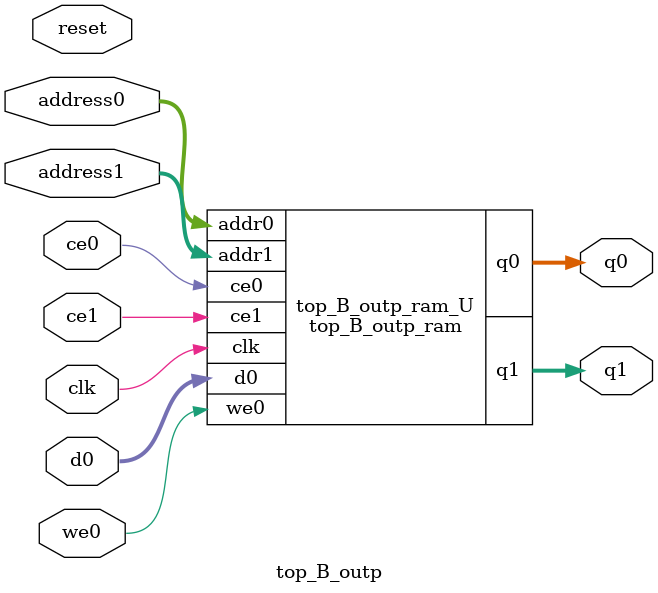
<source format=v>
`timescale 1 ns / 1 ps
module top_B_outp_ram (addr0, ce0, d0, we0, q0, addr1, ce1, q1,  clk);

parameter DWIDTH = 32;
parameter AWIDTH = 14;
parameter MEM_SIZE = 9216;

input[AWIDTH-1:0] addr0;
input ce0;
input[DWIDTH-1:0] d0;
input we0;
output reg[DWIDTH-1:0] q0;
input[AWIDTH-1:0] addr1;
input ce1;
output reg[DWIDTH-1:0] q1;
input clk;

(* ram_style = "block" *)reg [DWIDTH-1:0] ram[0:MEM_SIZE-1];




always @(posedge clk)  
begin 
    if (ce0) begin
        if (we0) 
            ram[addr0] <= d0; 
        q0 <= ram[addr0];
    end
end


always @(posedge clk)  
begin 
    if (ce1) begin
        q1 <= ram[addr1];
    end
end


endmodule

`timescale 1 ns / 1 ps
module top_B_outp(
    reset,
    clk,
    address0,
    ce0,
    we0,
    d0,
    q0,
    address1,
    ce1,
    q1);

parameter DataWidth = 32'd32;
parameter AddressRange = 32'd9216;
parameter AddressWidth = 32'd14;
input reset;
input clk;
input[AddressWidth - 1:0] address0;
input ce0;
input we0;
input[DataWidth - 1:0] d0;
output[DataWidth - 1:0] q0;
input[AddressWidth - 1:0] address1;
input ce1;
output[DataWidth - 1:0] q1;



top_B_outp_ram top_B_outp_ram_U(
    .clk( clk ),
    .addr0( address0 ),
    .ce0( ce0 ),
    .we0( we0 ),
    .d0( d0 ),
    .q0( q0 ),
    .addr1( address1 ),
    .ce1( ce1 ),
    .q1( q1 ));

endmodule


</source>
